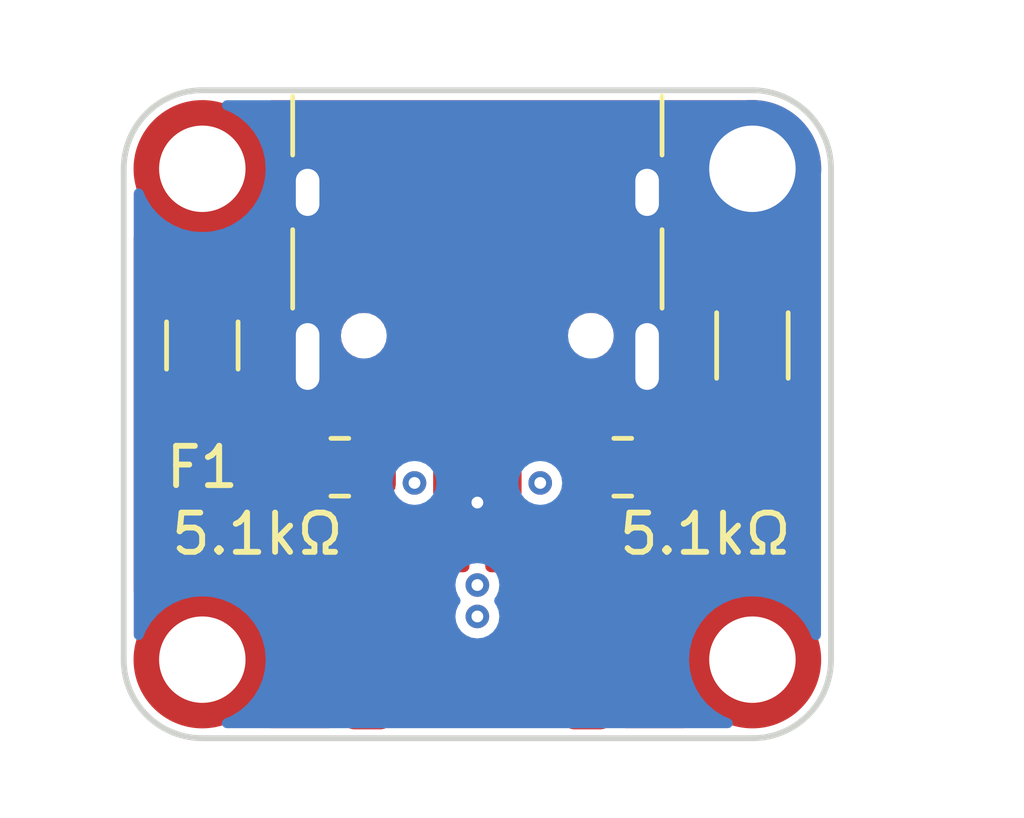
<source format=kicad_pcb>
(kicad_pcb (version 20211014) (generator pcbnew)
  (layers (0 "F.Cu" signal) (31 "B.Cu" signal) (34 "B.Paste" user) (35 "F.Paste" user) (36 "B.SilkS" user "B.Silkscreen") (37 "F.SilkS" user "F.Silkscreen") (38 "B.Mask" user) (39 "F.Mask" user) (44 "Edge.Cuts" user))
  (net 0 "")
  (net 1 "GND")
  (net 2 "VBUS")
  (net 3 "Net-(J1-PadA5)")
  (net 5 "Net-(J1-PadB5)")
  (net 7 "d+")
  (net 8 "d-")
  (net 9 "+5V")
  (net 10 "GNDPWR")
  (footprint "Inductor_SMD:L_1206_3216Metric" (layer "F.Cu") (at 112 53 90)
    (fp_text reference "L1")
    (fp_text value "60R@100MHz" hide)
    (fp_line (start -0.835242 0.91) (end 0.835242 0.91) (layer "F.SilkS") (width 0.12))
    (fp_line (start -0.835242 -0.91) (end 0.835242 -0.91) (layer "F.SilkS") (width 0.12))
    (pad "1" smd roundrect (at -1.575 0 90) (size 1.05 1.9) (layers "F.Cu" "F.Paste" "F.Mask") (roundrect_rratio 0.238095) (net 1 "GND"))
    (pad "2" smd roundrect (at 1.575 0 90) (size 1.05 1.9) (layers "F.Cu" "F.Paste" "F.Mask") (roundrect_rratio 0.238095) (net 10 "GNDPWR"))
  )
  (footprint "Connector_JST:JST_SH_SM04B-SRSS-TB_1x04-1MP_P1.00mm_Horizontal" (layer "F.Cu") (at 105 60)
    (fp_text reference "J3")
    (fp_text value "Conn_01x04")
    (pad "" smd roundrect (at -2.8 1.875) (size 1.2 1.8) (layers "F.Cu" "F.Paste" "F.Mask") (roundrect_rratio 0.208333))
    (pad "" smd roundrect (at 2.8 1.875) (size 1.2 1.8) (layers "F.Cu" "F.Paste" "F.Mask") (roundrect_rratio 0.208333))
    (pad "1" smd roundrect (at -1.5 -2) (size 0.6 1.55) (layers "F.Cu" "F.Paste" "F.Mask") (net 9 "+5V"))
    (pad "2" smd roundrect (at -0.5 -2) (size 0.6 1.55) (layers "F.Cu" "F.Paste" "F.Mask") (net 8 "d-"))
    (pad "3" smd roundrect (at 0.5 -2) (size 0.6 1.55) (layers "F.Cu" "F.Paste" "F.Mask") (net 7 "d+"))
    (pad "4" smd roundrect (at 1.5 -2) (size 0.6 1.55) (layers "F.Cu" "F.Paste" "F.Mask") (net 1 "GND"))
  )
  (footprint "ESDALD05UG4:ESDALD05UG4" (layer "F.Cu") (at 105 56.1 90)
    (fp_text reference "U1")
    (fp_text value "ESDALD05UG4")
    (pad "1" smd rect (at -0.375 -1 90) (size 0.6 0.25) (layers "F.Cu" "F.Paste" "F.Mask") (net 7 "d+"))
    (pad "2" smd rect (at -0.375 -0.5 90) (size 0.6 0.25) (layers "F.Cu" "F.Paste" "F.Mask") (net 8 "d-"))
    (pad "3" smd rect (at -0.375 0 90) (size 0.6 0.45) (layers "F.Cu" "F.Paste" "F.Mask") (net 10 "GNDPWR") (clearance 0.15))
    (pad "4" smd rect (at -0.375 0.5 90) (size 0.6 0.25) (layers "F.Cu" "F.Paste" "F.Mask") (net 7 "d+"))
    (pad "5" smd rect (at -0.375 1 90) (size 0.6 0.25) (layers "F.Cu" "F.Paste" "F.Mask") (net 8 "d-"))
    (pad "6" smd rect (at 0.375 1 90) (size 0.6 0.25) (layers "F.Cu" "F.Paste" "F.Mask") (net 8 "d-"))
    (pad "7" smd rect (at 0.375 0.5 90) (size 0.6 0.25) (layers "F.Cu" "F.Paste" "F.Mask") (net 7 "d+"))
    (pad "8" smd rect (at 0.375 0 90) (size 0.6 0.45) (layers "F.Cu" "F.Paste" "F.Mask") (net 10 "GNDPWR") (clearance 0.15))
    (pad "9" smd rect (at 0.375 -0.5 90) (size 0.6 0.25) (layers "F.Cu" "F.Paste" "F.Mask") (net 8 "d-"))
    (pad "10" smd rect (at 0.375 -1 90) (size 0.6 0.25) (layers "F.Cu" "F.Paste" "F.Mask") (net 7 "d+"))
  )
  (footprint "Connector_JST:JST_SUR_SM04B-SURS-TF_1x04-1MP_P0.80mm_Horizontal" (layer "F.Cu") (at 105 59.2)
    (fp_text reference "J2")
    (fp_text value "Conn_01x04")
    (pad "" smd roundrect (at 2.5 0.8) (size 1.2 1.7) (layers "F.Cu" "F.Paste" "F.Mask") (roundrect_rratio 0.208333))
    (pad "" smd roundrect (at -2.5 0.8) (size 1.2 1.7) (layers "F.Cu" "F.Paste" "F.Mask") (roundrect_rratio 0.208333))
    (pad "1" smd roundrect (at -1.2 -1.15) (size 0.5 1) (layers "F.Cu" "F.Paste" "F.Mask") (net 9 "+5V"))
    (pad "2" smd roundrect (at -0.4 -1.15) (size 0.5 1) (layers "F.Cu" "F.Paste" "F.Mask") (net 8 "d-"))
    (pad "3" smd roundrect (at 0.4 -1.15) (size 0.5 1) (layers "F.Cu" "F.Paste" "F.Mask") (net 7 "d+"))
    (pad "4" smd roundrect (at 1.2 -1.15) (size 0.5 1) (layers "F.Cu" "F.Paste" "F.Mask") (net 1 "GND"))
  )
  (footprint "MountingHole:MountingHole_2.2mm_M2_Pad" (layer "F.Cu") (at 112 61)
    (fp_text reference "H2")
    (fp_text value "MountingHole")
    (pad "" np_thru_hole circle (at 0 0) (size 3.5 3.5) (drill 2.2) (layers "F.Cu" "F.Mask"))
  )
  (footprint "Fuse:Fuse_1206_3216Metric" (layer "F.Cu") (at 98 53 -90)
    (fp_text reference "F1" (at 3.1 0 180) (layer "F.SilkS"))
    (fp_text value "500mA")
    (fp_line (start -0.602064 -0.91) (end 0.602064 -0.91) (layer "F.SilkS") (width 0.12))
    (fp_line (start -0.602064 0.91) (end 0.602064 0.91) (layer "F.SilkS") (width 0.12))
    (pad "1" smd roundrect (at -1.4 0 270) (size 1.25 1.75) (layers "F.Cu" "F.Paste" "F.Mask") (roundrect_rratio 0.2) (net 2 "VBUS"))
    (pad "2" smd roundrect (at 1.4 0 270) (size 1.25 1.75) (layers "F.Cu" "F.Paste" "F.Mask") (roundrect_rratio 0.2) (net 9 "+5V"))
  )
  (footprint "MountingHole:MountingHole_2.2mm_M2_Pad" (layer "F.Cu") (at 112 48.5)
    (fp_text reference "H1")
    (fp_text value "MountingHole_Pad")
    (pad "1" thru_hole circle (at 0 0) (size 3.5 3.5) (drill 2.2) (layers *.Cu *.Mask) (net 10 "GNDPWR"))
  )
  (footprint "Resistor_SMD:R_0805_2012Metric" (layer "F.Cu") (at 108.7 56.1)
    (fp_text reference "R1")
    (fp_text value "5.1kΩ" (at 2.1 1.7) (layer "F.SilkS"))
    (fp_line (start -0.227064 -0.735) (end 0.227064 -0.735) (layer "F.SilkS") (width 0.12))
    (fp_line (start -0.227064 0.735) (end 0.227064 0.735) (layer "F.SilkS") (width 0.12))
    (pad "1" smd roundrect (at -0.9125 0) (size 1.025 1.4) (layers "F.Cu" "F.Paste" "F.Mask") (roundrect_rratio 0.243902) (net 3 "Net-(J1-PadA5)"))
    (pad "2" smd roundrect (at 0.9125 0) (size 1.025 1.4) (layers "F.Cu" "F.Paste" "F.Mask") (roundrect_rratio 0.243902) (net 10 "GNDPWR"))
  )
  (footprint "Connector_USB:USB_C_Receptacle_HRO_TYPE-C-31-M-12" (layer "F.Cu") (at 105 50.15 180)
    (fp_text reference "J1")
    (fp_text value "USB_C_Receptacle_USB2.0")
    (fp_line (start 4.7 2) (end 4.7 3.5) (layer "F.SilkS") (width 0.12))
    (fp_line (start -4.7 -1.9) (end -4.7 0.1) (layer "F.SilkS") (width 0.12))
    (fp_line (start -4.7 2) (end -4.7 3.5) (layer "F.SilkS") (width 0.12))
    (fp_line (start 4.7 -1.9) (end 4.7 0.1) (layer "F.SilkS") (width 0.12))
    (pad "" np_thru_hole circle (at -2.89 -2.6 180) (size 0.65 0.65) (drill 0.65) (layers *.Cu *.Mask))
    (pad "" np_thru_hole circle (at 2.89 -2.6 180) (size 0.65 0.65) (drill 0.65) (layers *.Cu *.Mask))
    (pad "A1" smd rect (at -3.25 -4.045 180) (size 0.6 1.45) (layers "F.Cu" "F.Paste" "F.Mask") (net 10 "GNDPWR"))
    (pad "A4" smd rect (at -2.45 -4.045 180) (size 0.6 1.45) (layers "F.Cu" "F.Paste" "F.Mask") (net 2 "VBUS"))
    (pad "A5" smd rect (at -1.25 -4.045 180) (size 0.3 1.45) (layers "F.Cu" "F.Paste" "F.Mask") (net 3 "Net-(J1-PadA5)"))
    (pad "A6" smd rect (at -0.25 -4.045 180) (size 0.3 1.45) (layers "F.Cu" "F.Paste" "F.Mask") (net 7 "d+"))
    (pad "A7" smd rect (at 0.25 -4.045 180) (size 0.3 1.45) (layers "F.Cu" "F.Paste" "F.Mask") (net 8 "d-"))
    (pad "A8" smd rect (at 1.25 -4.045 180) (size 0.3 1.45) (layers "F.Cu" "F.Paste" "F.Mask"))
    (pad "A9" smd rect (at 2.45 -4.045 180) (size 0.6 1.45) (layers "F.Cu" "F.Paste" "F.Mask") (net 2 "VBUS"))
    (pad "A12" smd rect (at 3.25 -4.045 180) (size 0.6 1.45) (layers "F.Cu" "F.Paste" "F.Mask") (net 10 "GNDPWR"))
    (pad "B1" smd rect (at 3.25 -4.045 180) (size 0.6 1.45) (layers "F.Cu" "F.Paste" "F.Mask") (net 10 "GNDPWR"))
    (pad "B4" smd rect (at 2.45 -4.045 180) (size 0.6 1.45) (layers "F.Cu" "F.Paste" "F.Mask") (net 2 "VBUS"))
    (pad "B5" smd rect (at 1.75 -4.045 180) (size 0.3 1.45) (layers "F.Cu" "F.Paste" "F.Mask") (net 5 "Net-(J1-PadB5)"))
    (pad "B6" smd rect (at 0.75 -4.045 180) (size 0.3 1.45) (layers "F.Cu" "F.Paste" "F.Mask") (net 7 "d+"))
    (pad "B7" smd rect (at -0.75 -4.045 180) (size 0.3 1.45) (layers "F.Cu" "F.Paste" "F.Mask") (net 8 "d-"))
    (pad "B8" smd rect (at -1.75 -4.045 180) (size 0.3 1.45) (layers "F.Cu" "F.Paste" "F.Mask"))
    (pad "B9" smd rect (at -2.45 -4.045 180) (size 0.6 1.45) (layers "F.Cu" "F.Paste" "F.Mask") (net 2 "VBUS"))
    (pad "B12" smd rect (at -3.25 -4.045 180) (size 0.6 1.45) (layers "F.Cu" "F.Paste" "F.Mask") (net 10 "GNDPWR"))
    (pad "S1" thru_hole oval (at -4.32 1.05 180) (size 1 1.6) (drill oval 0.6 1.2) (layers *.Cu *.Mask) (net 10 "GNDPWR"))
    (pad "S1" thru_hole oval (at 4.32 -3.13 180) (size 1 2.1) (drill oval 0.6 1.7) (layers *.Cu *.Mask) (net 10 "GNDPWR"))
    (pad "S1" thru_hole oval (at -4.32 -3.13 180) (size 1 2.1) (drill oval 0.6 1.7) (layers *.Cu *.Mask) (net 10 "GNDPWR"))
    (pad "S1" thru_hole oval (at 4.32 1.05 180) (size 1 1.6) (drill oval 0.6 1.2) (layers *.Cu *.Mask) (net 10 "GNDPWR"))
  )
  (footprint "Resistor_SMD:R_0805_2012Metric" (layer "F.Cu") (at 101.5 56.1)
    (fp_text reference "R2")
    (fp_text value "5.1kΩ" (at -2.1 1.7) (layer "F.SilkS"))
    (fp_line (start -0.227064 -0.735) (end 0.227064 -0.735) (layer "F.SilkS") (width 0.12))
    (fp_line (start -0.227064 0.735) (end 0.227064 0.735) (layer "F.SilkS") (width 0.12))
    (pad "1" smd roundrect (at -0.9125 0) (size 1.025 1.4) (layers "F.Cu" "F.Paste" "F.Mask") (roundrect_rratio 0.243902) (net 10 "GNDPWR"))
    (pad "2" smd roundrect (at 0.9125 0) (size 1.025 1.4) (layers "F.Cu" "F.Paste" "F.Mask") (roundrect_rratio 0.243902) (net 5 "Net-(J1-PadB5)"))
  )
  (footprint "MountingHole:MountingHole_2.2mm_M2_Pad" (layer "F.Cu") (at 98 48.5)
    (fp_text reference "H4")
    (fp_text value "MountingHole")
    (pad "" np_thru_hole circle (at 0 0) (size 3.5 3.5) (drill 2.2) (layers "F.Cu" "F.Mask"))
  )
  (footprint "MountingHole:MountingHole_2.2mm_M2_Pad" (layer "F.Cu") (at 98 61)
    (fp_text reference "H3")
    (fp_text value "MountingHole")
    (pad "" np_thru_hole circle (at 0 0) (size 3.5 3.5) (drill 2.2) (layers "F.Cu" "F.Mask"))
  )
  (gr_line (start 112 46.5) (end 98 46.5) (layer "Edge.Cuts") (width 0.15))
  (gr_arc (start 114 61) (mid 113.414214 62.414214) (end 112 63) (layer "Edge.Cuts") (width 0.15))
  (gr_line (start 112 63) (end 98 63) (layer "Edge.Cuts") (width 0.15))
  (gr_line (start 114 61) (end 114 48.5) (layer "Edge.Cuts") (width 0.15))
  (gr_line (start 96 61) (end 96 48.5) (layer "Edge.Cuts") (width 0.15))
  (gr_arc (start 98 63) (mid 96.585786 62.414214) (end 96 61) (layer "Edge.Cuts") (width 0.15))
  (gr_arc (start 96 48.5) (mid 96.585786 47.085786) (end 98 46.5) (layer "Edge.Cuts") (width 0.15))
  (gr_arc (start 112 46.5) (mid 113.414214 47.085786) (end 114 48.5) (layer "Edge.Cuts") (width 0.15))
  (segment (start 102.8 53.2) (end 103 53) (width 0.381) (layer "F.Cu") (net 2))
  (segment (start 107.45 53.45) (end 107 53) (width 0.381) (layer "F.Cu") (net 2))
  (segment (start 102.55 53.45) (end 102.8 53.2) (width 0.381) (layer "F.Cu") (net 2))
  (segment (start 107 53) (end 103 53) (width 0.381) (layer "F.Cu") (net 2))
  (segment (start 102.55 54.195) (end 102.55 53.45) (width 0.381) (layer "F.Cu") (net 2))
  (segment (start 107.45 54.195) (end 107.45 53.45) (width 0.381) (layer "F.Cu") (net 2))
  (segment (start 104 55.266106) (end 104 55.725) (width 0.25) (layer "F.Cu") (net 7))
  (segment (start 104.25 55.016106) (end 104 55.266106) (width 0.25) (layer "F.Cu") (net 7))
  (segment (start 105.25 55.05) (end 105.5 55.3) (width 0.25) (layer "F.Cu") (net 7))
  (segment (start 105.5 55.3) (end 105.5 55.725) (width 0.25) (layer "F.Cu") (net 7))
  (segment (start 105.25 54.195) (end 105.25 55.05) (width 0.25) (layer "F.Cu") (net 7))
  (segment (start 105.5 55.725) (end 105.5 56.475) (width 0.25) (layer "F.Cu") (net 7))
  (segment (start 104.25 54.195) (end 104.25 55.016106) (width 0.25) (layer "F.Cu") (net 7))
  (via (at 105 59.9) (size 0.6) (drill 0.3) (layers "F.Cu" "B.Cu") (net 7))
  (via (at 103.4 56.5) (size 0.6) (drill 0.3) (layers "F.Cu" "B.Cu") (net 7))
  (segment (start 105.75 54.195) (end 105.75 55.016106) (width 0.25) (layer "F.Cu") (net 8))
  (segment (start 105.75 55.016106) (end 106 55.266106) (width 0.25) (layer "F.Cu") (net 8))
  (segment (start 104.75 54.195) (end 104.75 55.05) (width 0.25) (layer "F.Cu") (net 8))
  (segment (start 106 55.266106) (end 106 55.725) (width 0.25) (layer "F.Cu") (net 8))
  (segment (start 104.75 55.05) (end 104.5 55.3) (width 0.25) (layer "F.Cu") (net 8))
  (segment (start 104.5 55.725) (end 104.5 56.475) (width 0.25) (layer "F.Cu") (net 8))
  (segment (start 104.5 55.3) (end 104.5 55.725) (width 0.25) (layer "F.Cu") (net 8))
  (via (at 105 59.1) (size 0.6) (drill 0.3) (layers "F.Cu" "B.Cu") (net 8))
  (via (at 106.6 56.5) (size 0.6) (drill 0.3) (layers "F.Cu" "B.Cu") (net 8))
  (segment (start 105 55.725) (end 105 56.475) (width 0.381) (layer "F.Cu") (net 10))
  (via (at 105 57) (size 0.6) (drill 0.3) (layers "F.Cu" "B.Cu") (net 10))
  (zone (net 10) (net_name "GNDPWR") (layer "F.Cu") (name "front fill") (connect_pads yes (clearance 0.254)) (min_thickness 0.254) (fill yes (thermal_gap 0.508) (thermal_bridge_width 0.508))
    (polygon (pts (xy 114 63) (xy 96 63) (xy 96 46.5) (xy 114 46.5)))
  )
  (zone (net 10) (net_name "GNDPWR") (layer "B.Cu") (name "back fill") (connect_pads yes (clearance 0.254)) (min_thickness 0.254) (fill yes (thermal_gap 0.508) (thermal_bridge_width 0.508))
    (polygon (pts (xy 114 63) (xy 96 63) (xy 96 46.5) (xy 114 46.5)))
  )
)
</source>
